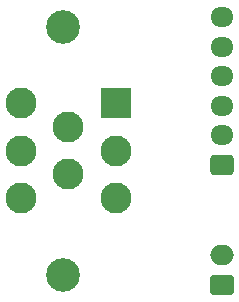
<source format=gbr>
%TF.GenerationSoftware,KiCad,Pcbnew,(6.0.1)*%
%TF.CreationDate,2022-02-14T12:02:22-05:00*%
%TF.ProjectId,Emrax_Breakout,456d7261-785f-4427-9265-616b6f75742e,rev?*%
%TF.SameCoordinates,Original*%
%TF.FileFunction,Soldermask,Bot*%
%TF.FilePolarity,Negative*%
%FSLAX46Y46*%
G04 Gerber Fmt 4.6, Leading zero omitted, Abs format (unit mm)*
G04 Created by KiCad (PCBNEW (6.0.1)) date 2022-02-14 12:02:22*
%MOMM*%
%LPD*%
G01*
G04 APERTURE LIST*
G04 Aperture macros list*
%AMRoundRect*
0 Rectangle with rounded corners*
0 $1 Rounding radius*
0 $2 $3 $4 $5 $6 $7 $8 $9 X,Y pos of 4 corners*
0 Add a 4 corners polygon primitive as box body*
4,1,4,$2,$3,$4,$5,$6,$7,$8,$9,$2,$3,0*
0 Add four circle primitives for the rounded corners*
1,1,$1+$1,$2,$3*
1,1,$1+$1,$4,$5*
1,1,$1+$1,$6,$7*
1,1,$1+$1,$8,$9*
0 Add four rect primitives between the rounded corners*
20,1,$1+$1,$2,$3,$4,$5,0*
20,1,$1+$1,$4,$5,$6,$7,0*
20,1,$1+$1,$6,$7,$8,$9,0*
20,1,$1+$1,$8,$9,$2,$3,0*%
G04 Aperture macros list end*
%ADD10RoundRect,0.250000X0.750000X-0.600000X0.750000X0.600000X-0.750000X0.600000X-0.750000X-0.600000X0*%
%ADD11O,2.000000X1.700000*%
%ADD12RoundRect,0.250000X0.725000X-0.600000X0.725000X0.600000X-0.725000X0.600000X-0.725000X-0.600000X0*%
%ADD13O,1.950000X1.700000*%
%ADD14C,2.850000*%
%ADD15R,2.625000X2.625000*%
%ADD16C,2.625000*%
G04 APERTURE END LIST*
D10*
%TO.C,J3*%
X144499600Y-80390000D03*
D11*
X144499600Y-77890000D03*
%TD*%
D12*
%TO.C,J2*%
X144499600Y-70230000D03*
D13*
X144499600Y-67730000D03*
X144499600Y-65230000D03*
X144499600Y-62730000D03*
X144499600Y-60230000D03*
X144499600Y-57730000D03*
%TD*%
D14*
%TO.C,J1*%
X131008000Y-58524000D03*
X131008000Y-79524000D03*
D15*
X135508000Y-65024000D03*
D16*
X135508000Y-69024000D03*
X135508000Y-73024000D03*
X131508000Y-67024000D03*
X131508000Y-71024000D03*
X127508000Y-65024000D03*
X127508000Y-69024000D03*
X127508000Y-73024000D03*
%TD*%
M02*

</source>
